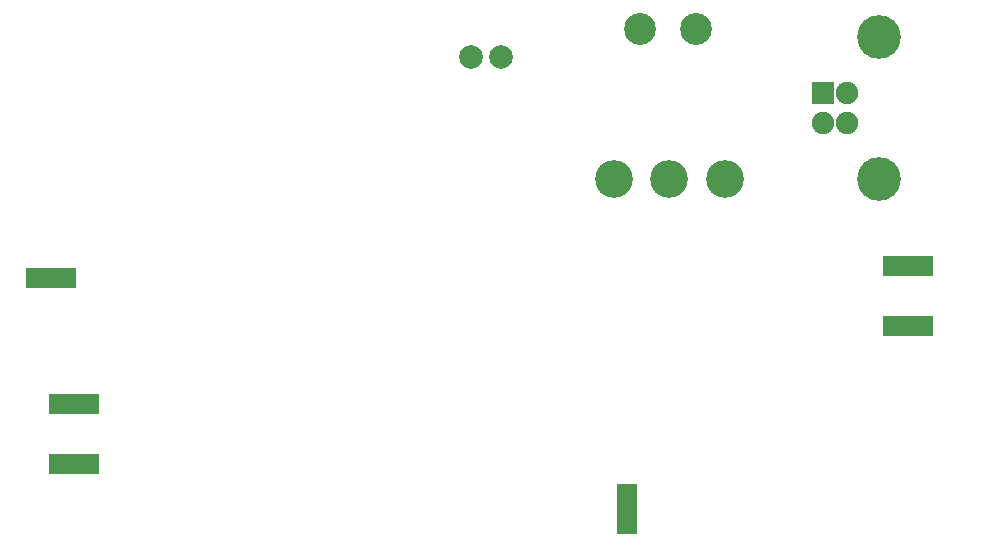
<source format=gbs>
G04 Layer: BottomSolderMaskLayer*
G04 EasyEDA v6.4.7, 2020-09-29T11:03:38+03:00*
G04 9486de1159244eee9c784153b90ba1e7,e225996ff9fb4a0db64c6d6541834e49,10*
G04 Gerber Generator version 0.2*
G04 Scale: 100 percent, Rotated: No, Reflected: No *
G04 Dimensions in millimeters *
G04 leading zeros omitted , absolute positions ,3 integer and 3 decimal *
%FSLAX33Y33*%
%MOMM*%
G90*
D02*

%ADD48R,4.267200X1.727200*%
%ADD49C,3.703066*%
%ADD50C,1.903197*%
%ADD55C,3.203194*%
%ADD56C,2.703195*%
%ADD58C,2.003196*%

%LPD*%
G36*
G01X50444Y406D02*
G01X50444Y4673D01*
G01X52171Y4673D01*
G01X52171Y406D01*
G01X50444Y406D01*
G37*
G54D48*
G01X2540Y22098D03*
G36*
G01X2311Y10566D02*
G01X2311Y12293D01*
G01X6578Y12293D01*
G01X6578Y10566D01*
G01X2311Y10566D01*
G37*
G36*
G01X2311Y5486D02*
G01X2311Y7213D01*
G01X6578Y7213D01*
G01X6578Y5486D01*
G01X2311Y5486D01*
G37*
G36*
G01X72925Y17170D02*
G01X72925Y18897D01*
G01X77193Y18897D01*
G01X77193Y17170D01*
G01X72925Y17170D01*
G37*
G36*
G01X72925Y22250D02*
G01X72925Y23977D01*
G01X77193Y23977D01*
G01X77193Y22250D01*
G01X72925Y22250D01*
G37*
G54D49*
G01X72603Y42504D03*
G01X72603Y30464D03*
G54D50*
G01X69893Y37734D03*
G01X69893Y35232D03*
G36*
G01X66949Y36784D02*
G01X66949Y38686D01*
G01X68851Y38686D01*
G01X68851Y36784D01*
G01X66949Y36784D01*
G37*
G01X67891Y35234D03*
G54D55*
G01X50164Y30485D03*
G01X54863Y30485D03*
G01X59562Y30485D03*
G54D56*
G01X52366Y43200D03*
G01X57149Y43200D03*
G54D58*
G01X40640Y40767D03*
G01X38100Y40767D03*
M00*
M02*

</source>
